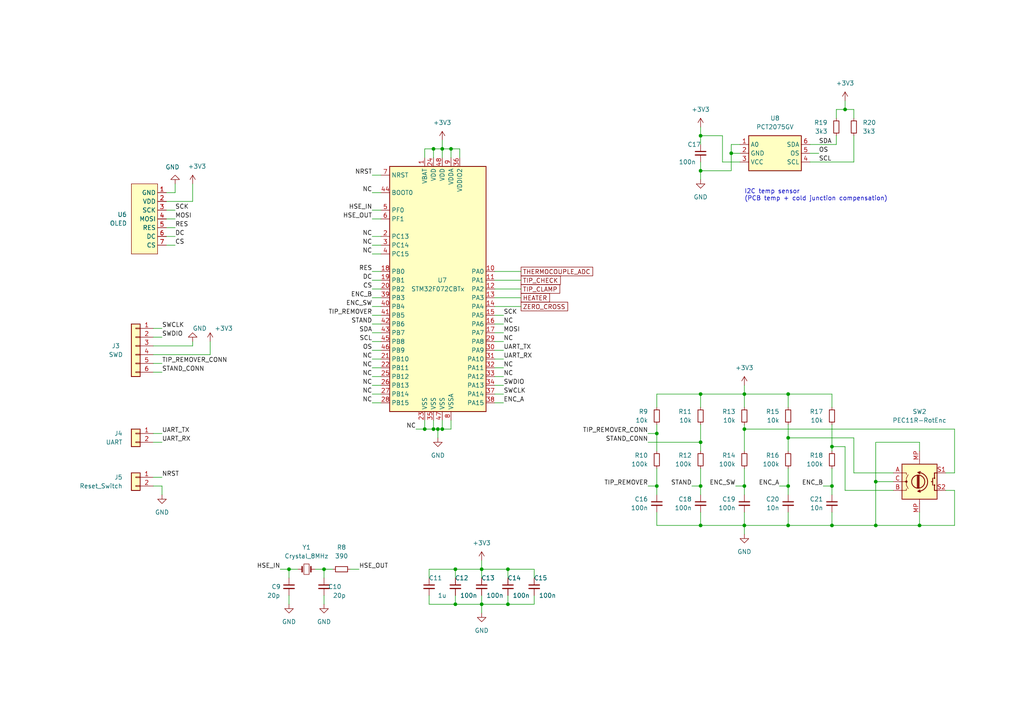
<source format=kicad_sch>
(kicad_sch (version 20211123) (generator eeschema)
  (paper "A4")
  (title_block (title "OpenSolder Station Schematic") (date "2022-05-09") (rev "1") (comment 1 "Licence: GPL-3.0") (comment 2 "Designed by: Håvard Jakobsen") (comment 4 "OpenSolder - JBC T245 compatible soldering station"))
  (lib_symbols
    (symbol "0_Howie:Crystal_8MHz" (pin_numbers hide) (pin_names (offset 1.016) hide)
      (property "Reference" "Y" (at 0 2.54 0))
      (property "Value" "Crystal_8MHz" (at 0 -2.54 0))
      (symbol "Crystal_8MHz_0_1"
        (rectangle (start -0.762 -1.524) (end 0.762 1.524))
        (polyline (pts (xy -1.27 -0.762) (xy -1.27 0.762)) (stroke (width 0.381)))
        (polyline (pts (xy 1.27 -0.762) (xy 1.27 0.762)) (stroke (width 0.381)))
      )
      (symbol "Crystal_8MHz_1_1"
        (pin passive line (at -2.54 0 0) (length 1.27) (name "1") (number "1"))
        (pin passive line (at 2.54 0 180) (length 1.27) (name "2") (number "2"))
      )
    )
    (symbol "0_Howie:OLED_SSD1306_SPI_1.54"
      (property "Reference" "U" (at 0 11.43 0))
      (property "Value" "OLED_SSD1306_SPI_1.54" (at 0 -11.43 0))
      (symbol "OLED_SSD1306_SPI_1.54_0_1"
        (rectangle (start -3.81 10.16) (end 3.81 -10.16) (stroke (width 0.1524)) (fill (type background)))
      )
      (symbol "OLED_SSD1306_SPI_1.54_1_1"
        (pin passive line (at -6.35 7.62 0) (length 2.54) (name "GND") (number "1"))
        (pin passive line (at -6.35 5.08 0) (length 2.54) (name "VDD") (number "2"))
        (pin passive line (at -6.35 2.54 0) (length 2.54) (name "SCK") (number "3"))
        (pin passive line (at -6.35 0 0) (length 2.54) (name "MOSI") (number "4"))
        (pin passive line (at -6.35 -2.54 0) (length 2.54) (name "RES") (number "5"))
        (pin passive line (at -6.35 -5.08 0) (length 2.54) (name "DC") (number "6"))
        (pin passive line (at -6.35 -7.62 0) (length 2.54) (name "CS") (number "7"))
      )
    )
    (symbol "0_Howie:PCT2075GV"
      (property "Reference" "U" (at -6.35 6.35 0))
      (property "Value" "PCT2075GV" (at 6.35 6.35 0))
      (symbol "PCT2075GV_0_1"
        (rectangle (start -7.62 5.08) (end 7.62 -5.08) (stroke (width 0.254)) (fill (type background)))
      )
      (symbol "PCT2075GV_1_1"
        (pin input line (at -10.16 2.54 0) (length 2.54) (name "A0") (number "1"))
        (pin power_out line (at -10.16 0 0) (length 2.54) (name "GND") (number "2"))
        (pin power_in line (at -10.16 -2.54 0) (length 2.54) (name "VCC") (number "3"))
        (pin input line (at 10.16 -2.54 180) (length 2.54) (name "SCL") (number "4"))
        (pin open_collector line (at 10.16 0 180) (length 2.54) (name "OS") (number "5"))
        (pin bidirectional line (at 10.16 2.54 180) (length 2.54) (name "SDA") (number "6"))
      )
    )
    (symbol "0_Howie:PEC11R-RotEnc" (pin_names (offset 0.254) hide)
      (property "Reference" "SW" (at 3.81 10.16 0))
      (property "Value" "PEC11R-RotEnc" (at 3.81 7.62 0))
      (symbol "PEC11R-RotEnc_0_1"
        (rectangle (start -5.08 5.08) (end 5.08 -5.08) (stroke (width 0.254)) (fill (type background)))
        (circle (center -3.81 0) (radius 0.254) (fill (type outline)))
        (arc (start -0.381 -2.794) (mid 2.3622 -0.0635) (end -0.381 2.667) (stroke (width 0.254)))
        (circle (center -0.381 0) (radius 1.905) (stroke (width 0.254)))
        (polyline (pts (xy -0.635 -1.778) (xy -0.635 1.778)) (stroke (width 0.254)))
        (polyline (pts (xy -0.381 -1.778) (xy -0.381 1.778)) (stroke (width 0.254)))
        (polyline (pts (xy -0.127 1.778) (xy -0.127 -1.778)) (stroke (width 0.254)))
        (polyline (pts (xy 0 -6.35) (xy 0 -5.08)) (stroke (width 0.1524)))
        (polyline (pts (xy 0 6.35) (xy 0 5.08)) (stroke (width 0.1524)))
        (polyline (pts (xy 3.81 0) (xy 3.429 0)) (stroke (width 0.254)))
        (polyline (pts (xy 3.81 1.016) (xy 3.81 -1.016)) (stroke (width 0.254)))
        (polyline (pts (xy -5.08 -2.54) (xy -3.81 -2.54) (xy -3.81 -2.032)))
        (polyline (pts (xy -5.08 2.54) (xy -3.81 2.54) (xy -3.81 2.032)))
        (polyline (pts (xy 0.254 -3.048) (xy -0.508 -2.794) (xy 0.127 -2.413)) (stroke (width 0.254)))
        (polyline (pts (xy 0.254 2.921) (xy -0.508 2.667) (xy 0.127 2.286)) (stroke (width 0.254)))
        (polyline (pts (xy 5.08 -2.54) (xy 4.318 -2.54) (xy 4.318 -1.016)) (stroke (width 0.254)))
        (polyline (pts (xy 5.08 2.54) (xy 4.318 2.54) (xy 4.318 1.016)) (stroke (width 0.254)))
        (polyline (pts (xy -5.08 0) (xy -3.81 0) (xy -3.81 -1.016) (xy -3.302 -2.032)))
        (polyline (pts (xy -4.318 0) (xy -3.81 0) (xy -3.81 1.016) (xy -3.302 2.032)))
        (circle (center 4.318 -1.016) (radius 0.127) (stroke (width 0.254)))
        (circle (center 4.318 1.016) (radius 0.127) (stroke (width 0.254)))
      )
      (symbol "PEC11R-RotEnc_1_1"
        (pin passive line (at -7.62 2.54 0) (length 2.54) (name "A") (number "A"))
        (pin passive line (at -7.62 -2.54 0) (length 2.54) (name "B") (number "B"))
        (pin passive line (at -7.62 0 0) (length 2.54) (name "C") (number "C"))
        (pin passive line (at 0 -8.89 90) (length 2.54) (name "MP") (number "MP"))
        (pin passive line (at 0 8.89 270) (length 2.54) (name "MP") (number "MP"))
        (pin passive line (at 7.62 2.54 180) (length 2.54) (name "S1") (number "S1"))
        (pin passive line (at 7.62 -2.54 180) (length 2.54) (name "S2") (number "S2"))
      )
    )
    (symbol "Connector_Generic:Conn_01x02" (pin_names (offset 1.016) hide)
      (property "Reference" "J" (at 0 2.54 0))
      (property "Value" "Conn_01x02" (at 0 -5.08 0))
      (symbol "Conn_01x02_1_1"
        (rectangle (start -1.27 -2.413) (end 0 -2.667) (stroke (width 0.1524)))
        (rectangle (start -1.27 0.127) (end 0 -0.127) (stroke (width 0.1524)))
        (rectangle (start -1.27 1.27) (end 1.27 -3.81) (stroke (width 0.254)) (fill (type background)))
        (pin passive line (at -5.08 0 0) (length 3.81) (name "Pin_1") (number "1"))
        (pin passive line (at -5.08 -2.54 0) (length 3.81) (name "Pin_2") (number "2"))
      )
    )
    (symbol "Connector_Generic:Conn_01x06" (pin_names (offset 1.016) hide)
      (property "Reference" "J" (at 0 7.62 0))
      (property "Value" "Conn_01x06" (at 0 -10.16 0))
      (symbol "Conn_01x06_1_1"
        (rectangle (start -1.27 -7.493) (end 0 -7.747) (stroke (width 0.1524)))
        (rectangle (start -1.27 -4.953) (end 0 -5.207) (stroke (width 0.1524)))
        (rectangle (start -1.27 -2.413) (end 0 -2.667) (stroke (width 0.1524)))
        (rectangle (start -1.27 0.127) (end 0 -0.127) (stroke (width 0.1524)))
        (rectangle (start -1.27 2.667) (end 0 2.413) (stroke (width 0.1524)))
        (rectangle (start -1.27 5.207) (end 0 4.953) (stroke (width 0.1524)))
        (rectangle (start -1.27 6.35) (end 1.27 -8.89) (stroke (width 0.254)) (fill (type background)))
        (pin passive line (at -5.08 5.08 0) (length 3.81) (name "Pin_1") (number "1"))
        (pin passive line (at -5.08 2.54 0) (length 3.81) (name "Pin_2") (number "2"))
        (pin passive line (at -5.08 0 0) (length 3.81) (name "Pin_3") (number "3"))
        (pin passive line (at -5.08 -2.54 0) (length 3.81) (name "Pin_4") (number "4"))
        (pin passive line (at -5.08 -5.08 0) (length 3.81) (name "Pin_5") (number "5"))
        (pin passive line (at -5.08 -7.62 0) (length 3.81) (name "Pin_6") (number "6"))
      )
    )
    (symbol "Device:C_Small" (pin_numbers hide) (pin_names (offset 0.254) hide)
      (property "Reference" "C" (at 0.254 1.778 0))
      (property "Value" "C_Small" (at 0.254 -2.032 0))
      (symbol "C_Small_0_1"
        (polyline (pts (xy -1.524 -0.508) (xy 1.524 -0.508)) (stroke (width 0.3302)))
        (polyline (pts (xy -1.524 0.508) (xy 1.524 0.508)) (stroke (width 0.3048)))
      )
      (symbol "C_Small_1_1"
        (pin passive line (at 0 2.54 270) (length 2.032) (name "~") (number "1"))
        (pin passive line (at 0 -2.54 90) (length 2.032) (name "~") (number "2"))
      )
    )
    (symbol "Device:R_Small" (pin_numbers hide) (pin_names (offset 0.254) hide)
      (property "Reference" "R" (at 0.762 0.508 0))
      (property "Value" "R_Small" (at 0.762 -1.016 0))
      (symbol "R_Small_0_1"
        (rectangle (start -0.762 1.778) (end 0.762 -1.778) (stroke (width 0.2032)))
      )
      (symbol "R_Small_1_1"
        (pin passive line (at 0 2.54 270) (length 0.762) (name "~") (number "1"))
        (pin passive line (at 0 -2.54 90) (length 0.762) (name "~") (number "2"))
      )
    )
    (symbol "MCU_ST_STM32F0:STM32F072CBTx"
      (property "Reference" "U" (at -15.24 36.83 0))
      (property "Value" "STM32F072CBTx" (at 7.62 36.83 0))
      (symbol "STM32F072CBTx_0_1"
        (rectangle (start -15.24 -35.56) (end 12.7 35.56) (stroke (width 0.254)) (fill (type background)))
      )
      (symbol "STM32F072CBTx_1_1"
        (pin power_in line (at -5.08 38.1 270) (length 2.54) (name "VBAT") (number "1"))
        (pin bidirectional line (at 15.24 5.08 180) (length 2.54) (name "PA0") (number "10"))
        (pin bidirectional line (at 15.24 2.54 180) (length 2.54) (name "PA1") (number "11"))
        (pin bidirectional line (at 15.24 0 180) (length 2.54) (name "PA2") (number "12"))
        (pin bidirectional line (at 15.24 -2.54 180) (length 2.54) (name "PA3") (number "13"))
        (pin bidirectional line (at 15.24 -5.08 180) (length 2.54) (name "PA4") (number "14"))
        (pin bidirectional line (at 15.24 -7.62 180) (length 2.54) (name "PA5") (number "15"))
        (pin bidirectional line (at 15.24 -10.16 180) (length 2.54) (name "PA6") (number "16"))
        (pin bidirectional line (at 15.24 -12.7 180) (length 2.54) (name "PA7") (number "17"))
        (pin bidirectional line (at -17.78 5.08 0) (length 2.54) (name "PB0") (number "18"))
        (pin bidirectional line (at -17.78 2.54 0) (length 2.54) (name "PB1") (number "19"))
        (pin bidirectional line (at -17.78 15.24 0) (length 2.54) (name "PC13") (number "2"))
        (pin bidirectional line (at -17.78 0 0) (length 2.54) (name "PB2") (number "20"))
        (pin bidirectional line (at -17.78 -20.32 0) (length 2.54) (name "PB10") (number "21"))
        (pin bidirectional line (at -17.78 -22.86 0) (length 2.54) (name "PB11") (number "22"))
        (pin power_in line (at -5.08 -38.1 90) (length 2.54) (name "VSS") (number "23"))
        (pin power_in line (at -2.54 38.1 270) (length 2.54) (name "VDD") (number "24"))
        (pin bidirectional line (at -17.78 -25.4 0) (length 2.54) (name "PB12") (number "25"))
        (pin bidirectional line (at -17.78 -27.94 0) (length 2.54) (name "PB13") (number "26"))
        (pin bidirectional line (at -17.78 -30.48 0) (length 2.54) (name "PB14") (number "27"))
        (pin bidirectional line (at -17.78 -33.02 0) (length 2.54) (name "PB15") (number "28"))
        (pin bidirectional line (at 15.24 -15.24 180) (length 2.54) (name "PA8") (number "29"))
        (pin bidirectional line (at -17.78 12.7 0) (length 2.54) (name "PC14") (number "3"))
        (pin bidirectional line (at 15.24 -17.78 180) (length 2.54) (name "PA9") (number "30"))
        (pin bidirectional line (at 15.24 -20.32 180) (length 2.54) (name "PA10") (number "31"))
        (pin bidirectional line (at 15.24 -22.86 180) (length 2.54) (name "PA11") (number "32"))
        (pin bidirectional line (at 15.24 -25.4 180) (length 2.54) (name "PA12") (number "33"))
        (pin bidirectional line (at 15.24 -27.94 180) (length 2.54) (name "PA13") (number "34"))
        (pin power_in line (at -2.54 -38.1 90) (length 2.54) (name "VSS") (number "35"))
        (pin power_in line (at 5.08 38.1 270) (length 2.54) (name "VDDIO2") (number "36"))
        (pin bidirectional line (at 15.24 -30.48 180) (length 2.54) (name "PA14") (number "37"))
        (pin bidirectional line (at 15.24 -33.02 180) (length 2.54) (name "PA15") (number "38"))
        (pin bidirectional line (at -17.78 -2.54 0) (length 2.54) (name "PB3") (number "39"))
        (pin bidirectional line (at -17.78 10.16 0) (length 2.54) (name "PC15") (number "4"))
        (pin bidirectional line (at -17.78 -5.08 0) (length 2.54) (name "PB4") (number "40"))
        (pin bidirectional line (at -17.78 -7.62 0) (length 2.54) (name "PB5") (number "41"))
        (pin bidirectional line (at -17.78 -10.16 0) (length 2.54) (name "PB6") (number "42"))
        (pin bidirectional line (at -17.78 -12.7 0) (length 2.54) (name "PB7") (number "43"))
        (pin input line (at -17.78 27.94 0) (length 2.54) (name "BOOT0") (number "44"))
        (pin bidirectional line (at -17.78 -15.24 0) (length 2.54) (name "PB8") (number "45"))
        (pin bidirectional line (at -17.78 -17.78 0) (length 2.54) (name "PB9") (number "46"))
        (pin power_in line (at 0 -38.1 90) (length 2.54) (name "VSS") (number "47"))
        (pin power_in line (at 0 38.1 270) (length 2.54) (name "VDD") (number "48"))
        (pin input line (at -17.78 22.86 0) (length 2.54) (name "PF0") (number "5"))
        (pin input line (at -17.78 20.32 0) (length 2.54) (name "PF1") (number "6"))
        (pin input line (at -17.78 33.02 0) (length 2.54) (name "NRST") (number "7"))
        (pin power_in line (at 2.54 -38.1 90) (length 2.54) (name "VSSA") (number "8"))
        (pin power_in line (at 2.54 38.1 270) (length 2.54) (name "VDDA") (number "9"))
      )
    )
    (symbol "power:+3V3" (power) (pin_names (offset 0))
      (property "Value" "+3V3" (at 0 3.556 0))
      (symbol "+3V3_0_1"
        (polyline (pts (xy -0.762 1.27) (xy 0 2.54)))
        (polyline (pts (xy 0 0) (xy 0 2.54)))
        (polyline (pts (xy 0 2.54) (xy 0.762 1.27)))
      )
      (symbol "+3V3_1_1"
        (pin power_in line (at 0 0 90) (length 0) hide (name "+3V3") (number "1"))
      )
    )
    (symbol "power:GND" (power) (pin_names (offset 0))
      (property "Value" "GND" (at 0 -3.81 0))
      (symbol "GND_0_1"
        (polyline (pts (xy 0 0) (xy 0 -1.27) (xy 1.27 -1.27) (xy 0 -2.54) (xy -1.27 -1.27) (xy 0 -1.27)))
      )
      (symbol "GND_1_1"
        (pin power_in line (at 0 0 270) (length 0) hide (name "GND") (number "1"))
      )
    )
  )
  (junction (at 215.9 152.4))
  (junction (at 203.2 128.27))
  (junction (at 190.5 140.97))
  (junction (at 266.7 152.4))
  (junction (at 241.3 152.4))
  (junction (at 215.9 124.46))
  (junction (at 228.6 152.4))
  (junction (at 132.08 165.1))
  (junction (at 228.6 140.97))
  (junction (at 203.2 39.37))
  (junction (at 147.32 175.26))
  (junction (at 132.08 175.26))
  (junction (at 128.27 124.46))
  (junction (at 83.82 165.1))
  (junction (at 123.19 124.46))
  (junction (at 128.27 43.18))
  (junction (at 93.98 165.1))
  (junction (at 203.2 49.53))
  (junction (at 215.9 114.3))
  (junction (at 254 139.7))
  (junction (at 245.11 31.75))
  (junction (at 130.81 43.18))
  (junction (at 139.7 175.26))
  (junction (at 212.09 44.45))
  (junction (at 127 124.46))
  (junction (at 203.2 140.97))
  (junction (at 228.6 114.3))
  (junction (at 215.9 140.97))
  (junction (at 147.32 165.1))
  (junction (at 228.6 127))
  (junction (at 190.5 125.73))
  (junction (at 125.73 43.18))
  (junction (at 203.2 114.3))
  (junction (at 241.3 140.97))
  (junction (at 254 152.4))
  (junction (at 241.3 129.54))
  (junction (at 203.2 152.4))
  (junction (at 125.73 124.46))
  (junction (at 139.7 165.1))
  (wire (pts (xy 110.49 60.96) (xy 107.95 60.96)))
  (wire (pts (xy 187.96 128.27) (xy 203.2 128.27)))
  (wire (pts (xy 110.49 71.12) (xy 107.95 71.12)))
  (wire (pts (xy 146.05 96.52) (xy 143.51 96.52)))
  (wire (pts (xy 215.9 135.89) (xy 215.9 140.97)))
  (wire (pts (xy 203.2 140.97) (xy 200.66 140.97)))
  (wire (pts (xy 132.08 172.72) (xy 132.08 175.26)))
  (wire (pts (xy 132.08 175.26) (xy 139.7 175.26)))
  (wire (pts (xy 123.19 124.46) (xy 120.65 124.46)))
  (wire (pts (xy 110.49 55.88) (xy 107.95 55.88)))
  (wire (pts (xy 238.76 140.97) (xy 241.3 140.97)))
  (wire (pts (xy 123.19 124.46) (xy 123.19 121.92)))
  (wire (pts (xy 125.73 124.46) (xy 123.19 124.46)))
  (wire (pts (xy 127 124.46) (xy 125.73 124.46)))
  (wire (pts (xy 127 127) (xy 127 124.46)))
  (wire (pts (xy 125.73 121.92) (xy 125.73 124.46)))
  (wire (pts (xy 44.45 107.95) (xy 46.99 107.95)))
  (wire (pts (xy 266.7 128.27) (xy 266.7 130.81)))
  (wire (pts (xy 215.9 123.19) (xy 215.9 124.46)))
  (wire (pts (xy 215.9 124.46) (xy 215.9 130.81)))
  (wire (pts (xy 124.46 165.1) (xy 124.46 167.64)))
  (wire (pts (xy 132.08 165.1) (xy 124.46 165.1)))
  (wire (pts (xy 139.7 165.1) (xy 132.08 165.1)))
  (wire (pts (xy 241.3 140.97) (xy 241.3 143.51)))
  (wire (pts (xy 215.9 148.59) (xy 215.9 152.4)))
  (wire (pts (xy 215.9 152.4) (xy 228.6 152.4)))
  (wire (pts (xy 228.6 152.4) (xy 241.3 152.4)))
  (wire (pts (xy 241.3 152.4) (xy 254 152.4)))
  (wire (pts (xy 110.49 88.9) (xy 107.95 88.9)))
  (wire (pts (xy 44.45 97.79) (xy 46.99 97.79)))
  (wire (pts (xy 146.05 104.14) (xy 143.51 104.14)))
  (wire (pts (xy 50.8 71.12) (xy 48.26 71.12)))
  (wire (pts (xy 215.9 140.97) (xy 215.9 143.51)))
  (wire (pts (xy 143.51 116.84) (xy 146.05 116.84)))
  (wire (pts (xy 247.65 127) (xy 228.6 127)))
  (wire (pts (xy 247.65 137.16) (xy 247.65 127)))
  (wire (pts (xy 259.08 137.16) (xy 247.65 137.16)))
  (wire (pts (xy 241.3 148.59) (xy 241.3 152.4)))
  (wire (pts (xy 190.5 114.3) (xy 203.2 114.3)))
  (wire (pts (xy 203.2 114.3) (xy 215.9 114.3)))
  (wire (pts (xy 110.49 91.44) (xy 107.95 91.44)))
  (wire (pts (xy 128.27 40.64) (xy 128.27 43.18)))
  (wire (pts (xy 139.7 172.72) (xy 139.7 175.26)))
  (wire (pts (xy 139.7 175.26) (xy 139.7 177.8)))
  (wire (pts (xy 212.09 41.91) (xy 212.09 44.45)))
  (wire (pts (xy 214.63 41.91) (xy 212.09 41.91)))
  (wire (pts (xy 110.49 68.58) (xy 107.95 68.58)))
  (wire (pts (xy 203.2 123.19) (xy 203.2 128.27)))
  (wire (pts (xy 203.2 128.27) (xy 203.2 130.81)))
  (wire (pts (xy 110.49 111.76) (xy 107.95 111.76)))
  (wire (pts (xy 55.88 53.34) (xy 55.88 58.42)))
  (wire (pts (xy 55.88 58.42) (xy 48.26 58.42)))
  (wire (pts (xy 143.51 111.76) (xy 146.05 111.76)))
  (wire (pts (xy 143.51 106.68) (xy 146.05 106.68)))
  (wire (pts (xy 123.19 43.18) (xy 123.19 45.72)))
  (wire (pts (xy 143.51 88.9) (xy 151.13 88.9)))
  (wire (pts (xy 110.49 73.66) (xy 107.95 73.66)))
  (wire (pts (xy 83.82 172.72) (xy 83.82 175.26)))
  (wire (pts (xy 110.49 109.22) (xy 107.95 109.22)))
  (wire (pts (xy 44.45 95.25) (xy 46.99 95.25)))
  (wire (pts (xy 143.51 114.3) (xy 146.05 114.3)))
  (wire (pts (xy 128.27 124.46) (xy 127 124.46)))
  (wire (pts (xy 130.81 121.92) (xy 130.81 124.46)))
  (wire (pts (xy 130.81 124.46) (xy 128.27 124.46)))
  (wire (pts (xy 110.49 99.06) (xy 107.95 99.06)))
  (wire (pts (xy 215.9 111.76) (xy 215.9 114.3)))
  (wire (pts (xy 215.9 114.3) (xy 215.9 118.11)))
  (wire (pts (xy 130.81 43.18) (xy 130.81 45.72)))
  (wire (pts (xy 132.08 165.1) (xy 132.08 167.64)))
  (wire (pts (xy 212.09 44.45) (xy 214.63 44.45)))
  (wire (pts (xy 212.09 49.53) (xy 212.09 44.45)))
  (wire (pts (xy 93.98 172.72) (xy 93.98 175.26)))
  (wire (pts (xy 46.99 128.27) (xy 44.45 128.27)))
  (wire (pts (xy 143.51 99.06) (xy 146.05 99.06)))
  (wire (pts (xy 190.5 135.89) (xy 190.5 140.97)))
  (wire (pts (xy 190.5 140.97) (xy 190.5 143.51)))
  (wire (pts (xy 143.51 109.22) (xy 146.05 109.22)))
  (wire (pts (xy 110.49 104.14) (xy 107.95 104.14)))
  (wire (pts (xy 128.27 45.72) (xy 128.27 43.18)))
  (wire (pts (xy 203.2 46.99) (xy 203.2 49.53)))
  (wire (pts (xy 203.2 49.53) (xy 212.09 49.53)))
  (wire (pts (xy 128.27 43.18) (xy 125.73 43.18)))
  (wire (pts (xy 234.95 41.91) (xy 242.57 41.91)))
  (wire (pts (xy 242.57 41.91) (xy 242.57 39.37)))
  (wire (pts (xy 228.6 148.59) (xy 228.6 152.4)))
  (wire (pts (xy 143.51 86.36) (xy 151.13 86.36)))
  (wire (pts (xy 110.49 106.68) (xy 107.95 106.68)))
  (wire (pts (xy 124.46 172.72) (xy 124.46 175.26)))
  (wire (pts (xy 124.46 175.26) (xy 132.08 175.26)))
  (wire (pts (xy 203.2 39.37) (xy 209.55 39.37)))
  (wire (pts (xy 203.2 41.91) (xy 203.2 39.37)))
  (wire (pts (xy 242.57 31.75) (xy 245.11 31.75)))
  (wire (pts (xy 242.57 34.29) (xy 242.57 31.75)))
  (wire (pts (xy 245.11 31.75) (xy 247.65 31.75)))
  (wire (pts (xy 110.49 93.98) (xy 107.95 93.98)))
  (wire (pts (xy 50.8 68.58) (xy 48.26 68.58)))
  (wire (pts (xy 190.5 148.59) (xy 190.5 152.4)))
  (wire (pts (xy 190.5 152.4) (xy 203.2 152.4)))
  (wire (pts (xy 203.2 152.4) (xy 215.9 152.4)))
  (wire (pts (xy 187.96 125.73) (xy 190.5 125.73)))
  (wire (pts (xy 241.3 129.54) (xy 245.11 129.54)))
  (wire (pts (xy 245.11 142.24) (xy 245.11 129.54)))
  (wire (pts (xy 259.08 142.24) (xy 245.11 142.24)))
  (wire (pts (xy 50.8 60.96) (xy 48.26 60.96)))
  (wire (pts (xy 44.45 105.41) (xy 46.99 105.41)))
  (wire (pts (xy 228.6 123.19) (xy 228.6 127)))
  (wire (pts (xy 228.6 127) (xy 228.6 130.81)))
  (wire (pts (xy 203.2 148.59) (xy 203.2 152.4)))
  (wire (pts (xy 214.63 46.99) (xy 209.55 46.99)))
  (wire (pts (xy 215.9 152.4) (xy 215.9 154.94)))
  (wire (pts (xy 266.7 148.59) (xy 266.7 152.4)))
  (wire (pts (xy 190.5 123.19) (xy 190.5 125.73)))
  (wire (pts (xy 190.5 125.73) (xy 190.5 130.81)))
  (wire (pts (xy 143.51 83.82) (xy 151.13 83.82)))
  (wire (pts (xy 107.95 50.8) (xy 110.49 50.8)))
  (wire (pts (xy 128.27 121.92) (xy 128.27 124.46)))
  (wire (pts (xy 107.95 78.74) (xy 110.49 78.74)))
  (wire (pts (xy 110.49 96.52) (xy 107.95 96.52)))
  (wire (pts (xy 203.2 114.3) (xy 203.2 118.11)))
  (wire (pts (xy 190.5 114.3) (xy 190.5 118.11)))
  (wire (pts (xy 130.81 43.18) (xy 128.27 43.18)))
  (wire (pts (xy 133.35 43.18) (xy 130.81 43.18)))
  (wire (pts (xy 133.35 45.72) (xy 133.35 43.18)))
  (wire (pts (xy 203.2 135.89) (xy 203.2 140.97)))
  (wire (pts (xy 203.2 36.83) (xy 203.2 39.37)))
  (wire (pts (xy 209.55 39.37) (xy 209.55 46.99)))
  (wire (pts (xy 234.95 46.99) (xy 247.65 46.99)))
  (wire (pts (xy 247.65 46.99) (xy 247.65 39.37)))
  (wire (pts (xy 154.94 165.1) (xy 147.32 165.1)))
  (wire (pts (xy 154.94 167.64) (xy 154.94 165.1)))
  (wire (pts (xy 254 139.7) (xy 254 152.4)))
  (wire (pts (xy 254 152.4) (xy 266.7 152.4)))
  (wire (pts (xy 259.08 139.7) (xy 254 139.7)))
  (wire (pts (xy 146.05 91.44) (xy 143.51 91.44)))
  (wire (pts (xy 241.3 135.89) (xy 241.3 140.97)))
  (wire (pts (xy 266.7 152.4) (xy 276.86 152.4)))
  (wire (pts (xy 274.32 142.24) (xy 276.86 142.24)))
  (wire (pts (xy 276.86 142.24) (xy 276.86 152.4)))
  (wire (pts (xy 146.05 93.98) (xy 143.51 93.98)))
  (wire (pts (xy 147.32 165.1) (xy 139.7 165.1)))
  (wire (pts (xy 147.32 167.64) (xy 147.32 165.1)))
  (wire (pts (xy 46.99 140.97) (xy 44.45 140.97)))
  (wire (pts (xy 254 128.27) (xy 254 139.7)))
  (wire (pts (xy 266.7 128.27) (xy 254 128.27)))
  (wire (pts (xy 123.19 43.18) (xy 125.73 43.18)))
  (wire (pts (xy 228.6 114.3) (xy 228.6 118.11)))
  (wire (pts (xy 139.7 162.56) (xy 139.7 165.1)))
  (wire (pts (xy 107.95 101.6) (xy 110.49 101.6)))
  (wire (pts (xy 147.32 172.72) (xy 147.32 175.26)))
  (wire (pts (xy 147.32 175.26) (xy 139.7 175.26)))
  (wire (pts (xy 83.82 167.64) (xy 83.82 165.1)))
  (wire (pts (xy 203.2 140.97) (xy 203.2 143.51)))
  (wire (pts (xy 93.98 165.1) (xy 91.44 165.1)))
  (wire (pts (xy 93.98 167.64) (xy 93.98 165.1)))
  (wire (pts (xy 146.05 101.6) (xy 143.51 101.6)))
  (wire (pts (xy 46.99 140.97) (xy 46.99 143.51)))
  (wire (pts (xy 60.96 102.87) (xy 60.96 99.06)))
  (wire (pts (xy 93.98 165.1) (xy 96.52 165.1)))
  (wire (pts (xy 55.88 100.33) (xy 55.88 99.06)))
  (wire (pts (xy 83.82 165.1) (xy 86.36 165.1)))
  (wire (pts (xy 245.11 29.21) (xy 245.11 31.75)))
  (wire (pts (xy 247.65 31.75) (xy 247.65 34.29)))
  (wire (pts (xy 110.49 86.36) (xy 107.95 86.36)))
  (wire (pts (xy 44.45 100.33) (xy 55.88 100.33)))
  (wire (pts (xy 228.6 140.97) (xy 226.06 140.97)))
  (wire (pts (xy 107.95 81.28) (xy 110.49 81.28)))
  (wire (pts (xy 50.8 66.04) (xy 48.26 66.04)))
  (wire (pts (xy 274.32 137.16) (xy 276.86 137.16)))
  (wire (pts (xy 276.86 124.46) (xy 215.9 124.46)))
  (wire (pts (xy 276.86 137.16) (xy 276.86 124.46)))
  (wire (pts (xy 154.94 172.72) (xy 154.94 175.26)))
  (wire (pts (xy 154.94 175.26) (xy 147.32 175.26)))
  (wire (pts (xy 213.36 140.97) (xy 215.9 140.97)))
  (wire (pts (xy 241.3 123.19) (xy 241.3 129.54)))
  (wire (pts (xy 241.3 129.54) (xy 241.3 130.81)))
  (wire (pts (xy 143.51 78.74) (xy 151.13 78.74)))
  (wire (pts (xy 48.26 55.88) (xy 50.8 55.88)))
  (wire (pts (xy 50.8 55.88) (xy 50.8 53.34)))
  (wire (pts (xy 203.2 49.53) (xy 203.2 52.07)))
  (wire (pts (xy 228.6 135.89) (xy 228.6 140.97)))
  (wire (pts (xy 228.6 140.97) (xy 228.6 143.51)))
  (wire (pts (xy 125.73 45.72) (xy 125.73 43.18)))
  (wire (pts (xy 139.7 165.1) (xy 139.7 167.64)))
  (wire (pts (xy 143.51 81.28) (xy 151.13 81.28)))
  (wire (pts (xy 101.6 165.1) (xy 104.14 165.1)))
  (wire (pts (xy 190.5 140.97) (xy 187.96 140.97)))
  (wire (pts (xy 46.99 138.43) (xy 44.45 138.43)))
  (wire (pts (xy 44.45 102.87) (xy 60.96 102.87)))
  (wire (pts (xy 110.49 116.84) (xy 107.95 116.84)))
  (wire (pts (xy 107.95 83.82) (xy 110.49 83.82)))
  (wire (pts (xy 83.82 165.1) (xy 81.28 165.1)))
  (wire (pts (xy 110.49 63.5) (xy 107.95 63.5)))
  (wire (pts (xy 46.99 125.73) (xy 44.45 125.73)))
  (wire (pts (xy 110.49 114.3) (xy 107.95 114.3)))
  (wire (pts (xy 234.95 44.45) (xy 237.49 44.45)))
  (wire (pts (xy 50.8 63.5) (xy 48.26 63.5)))
  (wire (pts (xy 228.6 114.3) (xy 215.9 114.3)))
  (wire (pts (xy 241.3 114.3) (xy 228.6 114.3)))
  (wire (pts (xy 241.3 118.11) (xy 241.3 114.3)))
  (text "I2C temp sensor\n(PCB temp + cold junction compensation)" (at 215.9 58.42 0) (effects (font (size 1.27 1.27)) (justify left bottom)))
  (label "DC" (at 50.8 68.58 0))
  (label "TIP_REMOVER_CONN" (at 46.99 105.41 0))
  (label "TIP_REMOVER" (at 187.96 140.97 180))
  (label "ENC_SW" (at 107.95 88.9 180))
  (label "SCK" (at 146.05 91.44 0))
  (label "OS" (at 107.95 101.6 180))
  (label "ENC_B" (at 238.76 140.97 180))
  (label "CS" (at 50.8 71.12 0))
  (label "CS" (at 107.95 83.82 180))
  (label "SWDIO" (at 46.99 97.79 0))
  (label "SCK" (at 50.8 60.96 0))
  (label "HSE_OUT" (at 107.95 63.5 180))
  (label "SCL" (at 107.95 99.06 180))
  (label "NRST" (at 46.99 138.43 0))
  (label "UART_RX" (at 146.05 104.14 0))
  (label "SWCLK" (at 46.99 95.25 0))
  (label "NC" (at 107.95 104.14 180))
  (label "RES" (at 107.95 78.74 180))
  (label "NRST" (at 107.95 50.8 180))
  (label "STAND" (at 107.95 93.98 180))
  (label "NC" (at 107.95 116.84 180))
  (label "NC" (at 146.05 109.22 0))
  (label "NC" (at 107.95 111.76 180))
  (label "SDA" (at 107.95 96.52 180))
  (label "MOSI" (at 50.8 63.5 0))
  (label "MOSI" (at 146.05 96.52 0))
  (label "SDA" (at 237.49 41.91 0))
  (label "NC" (at 107.95 114.3 180))
  (label "NC" (at 146.05 93.98 0))
  (label "STAND_CONN" (at 187.96 128.27 180))
  (label "TIP_REMOVER" (at 107.95 91.44 180))
  (label "OS" (at 237.49 44.45 0))
  (label "TIP_REMOVER_CONN" (at 187.96 125.73 180))
  (label "NC" (at 107.95 55.88 180))
  (label "HSE_OUT" (at 104.14 165.1 0))
  (label "NC" (at 107.95 68.58 180))
  (label "ENC_B" (at 107.95 86.36 180))
  (label "ENC_A" (at 226.06 140.97 180))
  (label "SWDIO" (at 146.05 111.76 0))
  (label "SWCLK" (at 146.05 114.3 0))
  (label "NC" (at 146.05 99.06 0))
  (label "NC" (at 107.95 106.68 180))
  (label "ENC_SW" (at 213.36 140.97 180))
  (label "NC" (at 120.65 124.46 180))
  (label "NC" (at 107.95 73.66 180))
  (label "STAND_CONN" (at 46.99 107.95 0))
  (label "NC" (at 146.05 106.68 0))
  (label "HSE_IN" (at 107.95 60.96 180))
  (label "DC" (at 107.95 81.28 180))
  (label "ENC_A" (at 146.05 116.84 0))
  (label "HSE_IN" (at 81.28 165.1 180))
  (label "RES" (at 50.8 66.04 0))
  (label "SCL" (at 237.49 46.99 0))
  (label "UART_TX" (at 46.99 125.73 0))
  (label "NC" (at 107.95 109.22 180))
  (label "STAND" (at 200.66 140.97 180))
  (label "UART_TX" (at 146.05 101.6 0))
  (label "UART_RX" (at 46.99 128.27 0))
  (label "NC" (at 107.95 71.12 180))
  (global_label "TIP_CHECK" (shape passive) (at 151.13 81.28 0) (property "Intersheet References" "${INTERSHEET_REFS}" (effects hide)))
  (global_label "HEATER" (shape passive) (at 151.13 86.36 0) (property "Intersheet References" "${INTERSHEET_REFS}" (effects hide)))
  (global_label "ZERO_CROSS" (shape passive) (at 151.13 88.9 0) (property "Intersheet References" "${INTERSHEET_REFS}" (effects hide)))
  (global_label "TIP_CLAMP" (shape passive) (at 151.13 83.82 0) (property "Intersheet References" "${INTERSHEET_REFS}" (effects hide)))
  (global_label "THERMOCOUPLE_ADC" (shape passive) (at 151.13 78.74 0) (property "Intersheet References" "${INTERSHEET_REFS}" (effects hide)))
  (symbol (lib_id "Device:R_Small") (at 190.5 133.35 0) (mirror y) (unit 1)
    (property "Reference" "R10" (at 187.96 132.0799 0) (effects (justify left)))
    (property "Value" "100k" (at 187.96 134.6199 0) (effects (justify left)))
    (property "Footprint" "Resistor_SMD:R_0805_2012Metric" (effects hide))
  )
  (symbol (lib_id "power:+3V3") (at 203.2 36.83 0) (mirror y) (unit 1)
    (property "Reference" "#PWR027" (effects hide))
    (property "Value" "+3V3" (at 203.2 31.75 0))
  )
  (symbol (lib_id "Device:C_Small") (at 203.2 146.05 0) (mirror y) (unit 1)
    (property "Reference" "C18" (at 200.66 144.7799 0) (effects (justify left)))
    (property "Value" "100n" (at 200.66 147.3199 0) (effects (justify left)))
    (property "Footprint" "Capacitor_SMD:C_0805_2012Metric" (effects hide))
  )
  (symbol (lib_id "Device:C_Small") (at 147.32 170.18 0) (mirror y) (unit 1)
    (property "Reference" "C14" (at 151.13 167.6399 0) (effects (justify left)))
    (property "Value" "100n" (at 153.67 172.7199 0) (effects (justify left)))
    (property "Footprint" "Capacitor_SMD:C_0805_2012Metric" (effects hide))
  )
  (symbol (lib_id "power:GND") (at 50.8 53.34 0) (mirror x) (unit 1)
    (property "Reference" "#PWR016" (effects hide))
    (property "Value" "GND" (at 52.07 48.4504 0) (effects (justify right)))
  )
  (symbol (lib_id "Device:R_Small") (at 203.2 133.35 0) (mirror y) (unit 1)
    (property "Reference" "R12" (at 200.66 132.0799 0) (effects (justify left)))
    (property "Value" "100k" (at 200.66 134.6199 0) (effects (justify left)))
    (property "Footprint" "Resistor_SMD:R_0805_2012Metric" (effects hide))
  )
  (symbol (lib_id "Device:R_Small") (at 99.06 165.1 90) (mirror x) (unit 1)
    (property "Reference" "R8" (at 99.06 158.75 90))
    (property "Value" "390" (at 99.06 161.29 90))
    (property "Footprint" "Resistor_SMD:R_0805_2012Metric" (effects hide))
  )
  (symbol (lib_id "power:GND") (at 83.82 175.26 0) (mirror y) (unit 1)
    (property "Reference" "#PWR020" (effects hide))
    (property "Value" "GND" (at 83.82 180.34 0))
  )
  (symbol (lib_id "MCU_ST_STM32F0:STM32F072CBTx") (at 128.27 83.82 0) (unit 1)
    (property "Reference" "U7" (at 128.27 81.28 0))
    (property "Value" "STM32F072CBTx" (at 127 83.82 0))
    (property "Footprint" "Package_QFP:LQFP-48_7x7mm_P0.5mm" (effects hide))
    (property "Datasheet" "http://www.st.com/st-web-ui/static/active/en/resource/technical/document/datasheet/DM00090510.pdf" (effects hide))
  )
  (symbol (lib_id "Device:C_Small") (at 124.46 170.18 0) (mirror y) (unit 1)
    (property "Reference" "C11" (at 128.27 167.6399 0) (effects (justify left)))
    (property "Value" "1u" (at 129.54 172.7199 0) (effects (justify left)))
    (property "Footprint" "Capacitor_SMD:C_1210_3225Metric" (effects hide))
  )
  (symbol (lib_id "power:GND") (at 139.7 177.8 0) (unit 1)
    (property "Reference" "#PWR026" (effects hide))
    (property "Value" "GND" (at 139.7 182.88 0))
  )
  (symbol (lib_id "Device:C_Small") (at 215.9 146.05 0) (mirror y) (unit 1)
    (property "Reference" "C19" (at 213.36 144.7799 0) (effects (justify left)))
    (property "Value" "100n" (at 213.36 147.3199 0) (effects (justify left)))
    (property "Footprint" "Capacitor_SMD:C_0805_2012Metric" (effects hide))
  )
  (symbol (lib_id "power:GND") (at 127 127 0) (unit 1)
    (property "Reference" "#PWR023" (effects hide))
    (property "Value" "GND" (at 127 132.08 0))
  )
  (symbol (lib_id "Device:R_Small") (at 241.3 120.65 0) (mirror y) (unit 1)
    (property "Reference" "R17" (at 238.76 119.3799 0) (effects (justify left)))
    (property "Value" "10k" (at 238.76 121.9199 0) (effects (justify left)))
    (property "Footprint" "Resistor_SMD:R_0805_2012Metric" (effects hide))
  )
  (symbol (lib_id "power:+3V3") (at 60.96 99.06 0) (unit 1)
    (property "Reference" "#PWR019" (effects hide))
    (property "Value" "+3V3" (at 62.23 95.25 0) (effects (justify left)))
  )
  (symbol (lib_id "power:GND") (at 55.88 99.06 180) (unit 1)
    (property "Reference" "#PWR018" (effects hide))
    (property "Value" "GND" (at 55.88 95.25 0) (effects (justify right)))
  )
  (symbol (lib_id "Device:C_Small") (at 139.7 170.18 0) (mirror y) (unit 1)
    (property "Reference" "C13" (at 143.51 167.6399 0) (effects (justify left)))
    (property "Value" "100n" (at 146.05 172.7199 0) (effects (justify left)))
    (property "Footprint" "Capacitor_SMD:C_0805_2012Metric" (effects hide))
  )
  (symbol (lib_id "power:GND") (at 46.99 143.51 0) (unit 1)
    (property "Reference" "#PWR022" (effects hide))
    (property "Value" "GND" (at 46.99 148.59 0))
  )
  (symbol (lib_id "Connector_Generic:Conn_01x06") (at 39.37 100.33 0) (mirror y) (unit 1)
    (property "Reference" "J3" (at 33.5915 100.33 0))
    (property "Value" "SWD" (at 33.5915 102.87 0))
    (property "Footprint" "Connector_IDC:IDC-Header_2x03_P2.54mm_Vertical" (effects hide))
  )
  (symbol (lib_id "power:+3V3") (at 128.27 40.64 0) (unit 1)
    (property "Reference" "#PWR024" (effects hide))
    (property "Value" "+3V3" (at 128.27 35.56 0))
  )
  (symbol (lib_id "power:+3V3") (at 139.7 162.56 0) (mirror y) (unit 1)
    (property "Reference" "#PWR025" (effects hide))
    (property "Value" "+3V3" (at 139.7 157.48 0))
  )
  (symbol (lib_id "0_Howie:OLED_SSD1306_SPI_1.54") (at 41.91 63.5 0) (mirror y) (unit 1)
    (property "Reference" "U6" (at 36.83 62.2299 0) (effects (justify left)))
    (property "Value" "OLED" (at 36.83 64.7699 0) (effects (justify left)))
    (property "Footprint" "0_Howie:OLED_SSD1306_SPI_1.54" (effects hide))
  )
  (symbol (lib_id "Device:R_Small") (at 228.6 120.65 0) (mirror y) (unit 1)
    (property "Reference" "R15" (at 226.06 119.3799 0) (effects (justify left)))
    (property "Value" "10k" (at 226.06 121.9199 0) (effects (justify left)))
    (property "Footprint" "Resistor_SMD:R_0805_2012Metric" (effects hide))
  )
  (symbol (lib_id "power:+3V3") (at 245.11 29.21 0) (mirror y) (unit 1)
    (property "Reference" "#PWR031" (effects hide))
    (property "Value" "+3V3" (at 245.11 24.13 0))
  )
  (symbol (lib_id "Device:R_Small") (at 241.3 133.35 0) (mirror y) (unit 1)
    (property "Reference" "R18" (at 238.76 132.0799 0) (effects (justify left)))
    (property "Value" "100k" (at 238.76 134.6199 0) (effects (justify left)))
    (property "Footprint" "Resistor_SMD:R_0805_2012Metric" (effects hide))
  )
  (symbol (lib_id "Device:R_Small") (at 247.65 36.83 0) (unit 1)
    (property "Reference" "R20" (at 250.19 35.5599 0) (effects (justify left)))
    (property "Value" "3k3" (at 250.19 38.0999 0) (effects (justify left)))
    (property "Footprint" "Resistor_SMD:R_0805_2012Metric" (effects hide))
  )
  (symbol (lib_id "Connector_Generic:Conn_01x02") (at 39.37 138.43 0) (mirror y) (unit 1)
    (property "Reference" "J5" (at 35.56 138.43 0) (effects (justify left)))
    (property "Value" "Reset_Switch" (at 35.56 140.97 0) (effects (justify left)))
    (property "Footprint" "Connector_PinSocket_2.54mm:PinSocket_1x02_P2.54mm_Vertical" (effects hide))
  )
  (symbol (lib_id "Device:R_Small") (at 242.57 36.83 0) (mirror y) (unit 1)
    (property "Reference" "R19" (at 240.03 35.5599 0) (effects (justify left)))
    (property "Value" "3k3" (at 240.03 38.0999 0) (effects (justify left)))
    (property "Footprint" "Resistor_SMD:R_0805_2012Metric" (effects hide))
  )
  (symbol (lib_id "0_Howie:PEC11R-RotEnc") (at 266.7 139.7 0) (unit 1)
    (property "Reference" "SW2" (at 266.7 119.38 0))
    (property "Value" "PEC11R-RotEnc" (at 266.7 121.92 0))
    (property "Footprint" "0_Howie:RotaryEncoder_PEC11R_PEC12R" (effects hide))
  )
  (symbol (lib_id "Device:R_Small") (at 228.6 133.35 0) (mirror y) (unit 1)
    (property "Reference" "R16" (at 226.06 132.0799 0) (effects (justify left)))
    (property "Value" "100k" (at 226.06 134.6199 0) (effects (justify left)))
    (property "Footprint" "Resistor_SMD:R_0805_2012Metric" (effects hide))
  )
  (symbol (lib_id "Device:R_Small") (at 203.2 120.65 0) (mirror y) (unit 1)
    (property "Reference" "R11" (at 200.66 119.3799 0) (effects (justify left)))
    (property "Value" "10k" (at 200.66 121.9199 0) (effects (justify left)))
    (property "Footprint" "Resistor_SMD:R_0805_2012Metric" (effects hide))
  )
  (symbol (lib_id "0_Howie:Crystal_8MHz") (at 88.9 165.1 0) (unit 1)
    (property "Reference" "Y1" (at 88.9 158.75 0))
    (property "Value" "Crystal_8MHz" (at 88.9 161.29 0))
    (property "Footprint" "Crystal:Crystal_SMD_HC49-SD" (effects hide))
  )
  (symbol (lib_id "power:GND") (at 215.9 154.94 0) (unit 1)
    (property "Reference" "#PWR030" (effects hide))
    (property "Value" "GND" (at 215.9 160.02 0))
  )
  (symbol (lib_id "power:GND") (at 93.98 175.26 0) (unit 1)
    (property "Reference" "#PWR021" (effects hide))
    (property "Value" "GND" (at 93.98 180.34 0))
  )
  (symbol (lib_id "Device:C_Small") (at 132.08 170.18 0) (mirror y) (unit 1)
    (property "Reference" "C12" (at 135.89 167.6399 0) (effects (justify left)))
    (property "Value" "100n" (at 138.43 172.7199 0) (effects (justify left)))
    (property "Footprint" "Capacitor_SMD:C_0805_2012Metric" (effects hide))
  )
  (symbol (lib_id "Device:C_Small") (at 93.98 170.18 0) (mirror y) (unit 1)
    (property "Reference" "C10" (at 99.06 170.1799 0) (effects (justify left)))
    (property "Value" "20p" (at 100.33 172.7199 0) (effects (justify left)))
    (property "Footprint" "Capacitor_SMD:C_0805_2012Metric" (effects hide))
  )
  (symbol (lib_id "Device:C_Small") (at 228.6 146.05 0) (mirror y) (unit 1)
    (property "Reference" "C20" (at 226.06 144.7799 0) (effects (justify left)))
    (property "Value" "10n" (at 226.06 147.3199 0) (effects (justify left)))
    (property "Footprint" "Capacitor_SMD:C_0805_2012Metric" (effects hide))
  )
  (symbol (lib_id "Device:R_Small") (at 190.5 120.65 0) (mirror y) (unit 1)
    (property "Reference" "R9" (at 187.96 119.3799 0) (effects (justify left)))
    (property "Value" "10k" (at 187.96 121.9199 0) (effects (justify left)))
    (property "Footprint" "Resistor_SMD:R_0805_2012Metric" (effects hide))
  )
  (symbol (lib_id "0_Howie:PCT2075GV") (at 224.79 44.45 0) (unit 1)
    (property "Reference" "U8" (at 224.79 34.29 0))
    (property "Value" "PCT2075GV" (at 224.79 36.83 0))
    (property "Footprint" "Package_SO:TSOP-6_1.65x3.05mm_P0.95mm" (effects hide))
    (property "Datasheet" "https://www.nxp.com/docs/en/data-sheet/PCT2075.pdf" (effects hide))
  )
  (symbol (lib_id "Device:C_Small") (at 241.3 146.05 0) (mirror y) (unit 1)
    (property "Reference" "C21" (at 238.76 144.7799 0) (effects (justify left)))
    (property "Value" "10n" (at 238.76 147.3199 0) (effects (justify left)))
    (property "Footprint" "Capacitor_SMD:C_0805_2012Metric" (effects hide))
  )
  (symbol (lib_id "Connector_Generic:Conn_01x02") (at 39.37 125.73 0) (mirror y) (unit 1)
    (property "Reference" "J4" (at 35.56 125.73 0) (effects (justify left)))
    (property "Value" "UART" (at 35.56 128.27 0) (effects (justify left)))
    (property "Footprint" "Connector_PinSocket_2.54mm:PinSocket_1x02_P2.54mm_Vertical" (effects hide))
  )
  (symbol (lib_id "power:GND") (at 203.2 52.07 0) (unit 1)
    (property "Reference" "#PWR028" (effects hide))
    (property "Value" "GND" (at 203.2 57.15 0))
  )
  (symbol (lib_id "Device:C_Small") (at 203.2 44.45 0) (unit 1)
    (property "Reference" "C17" (at 199.39 41.9099 0) (effects (justify left)))
    (property "Value" "100n" (at 196.85 46.9899 0) (effects (justify left)))
    (property "Footprint" "Capacitor_SMD:C_0805_2012Metric" (effects hide))
  )
  (symbol (lib_id "power:+3V3") (at 55.88 53.34 0) (unit 1)
    (property "Reference" "#PWR017" (effects hide))
    (property "Value" "+3V3" (at 57.15 48.26 0))
  )
  (symbol (lib_id "Device:R_Small") (at 215.9 133.35 0) (mirror y) (unit 1)
    (property "Reference" "R14" (at 213.36 132.0799 0) (effects (justify left)))
    (property "Value" "100k" (at 213.36 134.6199 0) (effects (justify left)))
    (property "Footprint" "Resistor_SMD:R_0805_2012Metric" (effects hide))
  )
  (symbol (lib_id "Device:C_Small") (at 154.94 170.18 0) (mirror y) (unit 1)
    (property "Reference" "C15" (at 158.75 167.6399 0) (effects (justify left)))
    (property "Value" "100n" (at 161.29 172.7199 0) (effects (justify left)))
    (property "Footprint" "Capacitor_SMD:C_0805_2012Metric" (effects hide))
  )
  (symbol (lib_id "power:+3V3") (at 215.9 111.76 0) (mirror y) (unit 1)
    (property "Reference" "#PWR029" (effects hide))
    (property "Value" "+3V3" (at 215.9 106.68 0))
  )
  (symbol (lib_id "Device:C_Small") (at 190.5 146.05 0) (mirror y) (unit 1)
    (property "Reference" "C16" (at 187.96 144.7799 0) (effects (justify left)))
    (property "Value" "100n" (at 187.96 147.3199 0) (effects (justify left)))
    (property "Footprint" "Capacitor_SMD:C_0805_2012Metric" (effects hide))
  )
  (symbol (lib_id "Device:C_Small") (at 83.82 170.18 0) (unit 1)
    (property "Reference" "C9" (at 78.74 170.1799 0) (effects (justify left)))
    (property "Value" "20p" (at 77.47 172.7199 0) (effects (justify left)))
    (property "Footprint" "Capacitor_SMD:C_0805_2012Metric" (effects hide))
  )
  (symbol (lib_id "Device:R_Small") (at 215.9 120.65 0) (mirror y) (unit 1)
    (property "Reference" "R13" (at 213.36 119.3799 0) (effects (justify left)))
    (property "Value" "10k" (at 213.36 121.9199 0) (effects (justify left)))
    (property "Footprint" "Resistor_SMD:R_0805_2012Metric" (effects hide))
  )
)
</source>
